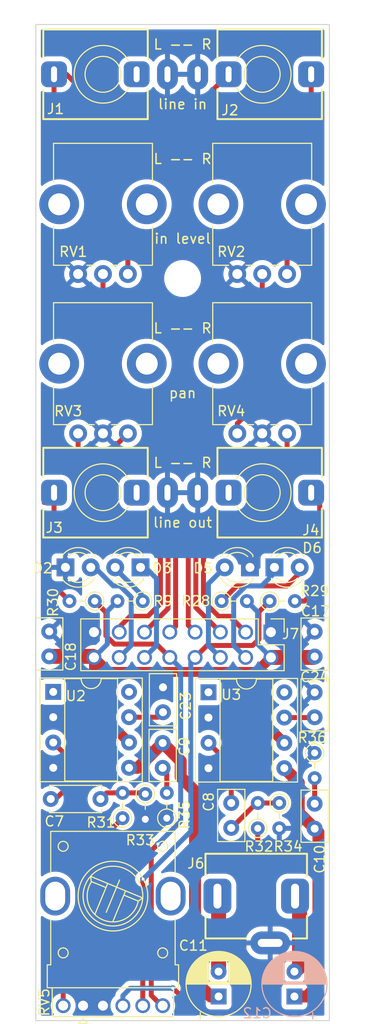
<source format=kicad_pcb>
(kicad_pcb (version 20240108) (generator "pcbnew") (generator_version "8.0")
  (layers (0 "F.Cu" signal) (31 "B.Cu" signal) (34 "B.Paste" user) (35 "F.Paste" user) (36 "B.SilkS" user "B.Silkscreen") (37 "F.SilkS" user "F.Silkscreen") (38 "B.Mask" user) (39 "F.Mask" user) (44 "Edge.Cuts" user))
  (net 0 "")
  (net 1 "GND")
  (net 2 "Net-(D3-A)")
  (net 3 "+12V")
  (net 4 "Net-(C7-Pad2)")
  (net 5 "Net-(U2-+)")
  (net 6 "Net-(C8-Pad2)")
  (net 7 "Net-(U3-+)")
  (net 8 "Net-(C11-Pad1)")
  (net 9 "Net-(C9-Pad2)")
  (net 10 "Net-(C10-Pad1)")
  (net 11 "Net-(C10-Pad2)")
  (net 12 "Net-(D6-A)")
  (net 13 "Net-(J1-PadT)")
  (net 15 "Net-(J2-PadT)")
  (net 18 "Net-(R31-Pad1)")
  (net 19 "Net-(R32-Pad1)")
  (net 22 "Net-(U2-BYPASS)")
  (net 23 "Net-(U3-BYPASS)")
  (net 26 "L_LINE_OUT_A")
  (net 27 "R_LINE_OUT_A")
  (net 28 "Net-(J3-PadT)")
  (net 29 "Net-(J4-PadT)")
  (net 30 "L_LINE_IN_A")
  (net 31 "R_LINE_IN_A")
  (net 32 "Net-(C11-Pad2)")
  (net 33 "Net-(C12-Pad2)")
  (net 34 "L_LVL_G_LED_A")
  (net 35 "L_LVL_R_LED_A")
  (net 36 "R_LVL_G_LED_A")
  (net 37 "R_LVL_R_LED_A")
  (net 38 "L_PAN_2_A")
  (net 39 "R_PAN_2_A")
  (net 40 "R_PAN_1_A")
  (net 41 "L_PAN_1_A")
  (footprint "Package_DIP:DIP-8_W7.62mm_Socket" (layer "F.Cu") (at 135.5 87)
    (property "Reference" "U2" (at 2.267 0.409 0) (layer "F.SilkS"))
    (property "Value" "LM386")
    (pad "1" thru_hole rect (at 0 0) (size 1.6 1.6) (drill 0.8) (layers "*.Cu" "*.Mask"))
    (pad "2" thru_hole oval (at 0 2.54) (size 1.6 1.6) (drill 0.8) (layers "*.Cu" "*.Mask") (net 1 "GND"))
    (pad "3" thru_hole oval (at 0 5.08) (size 1.6 1.6) (drill 0.8) (layers "*.Cu" "*.Mask") (net 5 "Net-(U2-+)"))
    (pad "4" thru_hole oval (at 0 7.62) (size 1.6 1.6) (drill 0.8) (layers "*.Cu" "*.Mask") (net 1 "GND"))
    (pad "5" thru_hole oval (at 7.62 7.62) (size 1.6 1.6) (drill 0.8) (layers "*.Cu" "*.Mask") (net 8 "Net-(C11-Pad1)"))
    (pad "6" thru_hole oval (at 7.62 5.08) (size 1.6 1.6) (drill 0.8) (layers "*.Cu" "*.Mask") (net 3 "+12V"))
    (pad "7" thru_hole oval (at 7.62 2.54) (size 1.6 1.6) (drill 0.8) (layers "*.Cu" "*.Mask") (net 22 "Net-(U2-BYPASS)"))
    (pad "8" thru_hole oval (at 7.62 0) (size 1.6 1.6) (drill 0.8) (layers "*.Cu" "*.Mask"))
  )
  (footprint "AudioJacks:Jack_3.5mm_QingPu_WQP-PJ301M-12_Vertical" (layer "F.Cu") (at 140.5 67 90)
    (property "Reference" "J3" (at -3.518 -4.892 0) (layer "F.SilkS"))
    (property "Value" "AudioJack2_SwitchT")
    (pad "S" thru_hole oval (at 0 6.48 90) (size 3.1 2.1) (drill oval 1.6 0.6) (layers "*.Cu" "*.Mask") (net 1 "GND"))
    (pad "T" thru_hole roundrect (at 0 -4.92 90) (size 2.6 2.6) (drill oval 1.6 0.6) (layers "*.Cu" "*.Mask") (net 28 "Net-(J3-PadT)"))
    (pad "TN" thru_hole roundrect (at 0 3.38 90) (size 2.6 2.6) (drill oval 1.6 0.6) (layers "*.Cu" "*.Mask"))
  )
  (footprint "Resistor_THT:R_Axial_DIN0204_L3.6mm_D1.6mm_P2.54mm_Vertical" (layer "F.Cu") (at 157.248 77.884)
    (property "Reference" "R29" (at 4.522 -1.016 0) (layer "F.SilkS"))
    (property "Value" "1k")
    (pad "1" thru_hole circle (at 0 0) (size 1.4 1.4) (drill 0.7) (layers "*.Cu" "*.Mask") (net 27 "R_LINE_OUT_A"))
    (pad "2" thru_hole oval (at 2.54 0) (size 1.4 1.4) (drill 0.7) (layers "*.Cu" "*.Mask") (net 29 "Net-(J4-PadT)"))
  )
  (footprint "Capacitor_THT:C_Disc_D5.0mm_W2.5mm_P2.50mm" (layer "F.Cu") (at 161.77 100.724 90)
    (property "Reference" "C10" (at -3.068 0.508 90) (layer "F.SilkS"))
    (property "Value" "47n")
    (pad "1" thru_hole circle (at 0 0 90) (size 1.6 1.6) (drill 0.8) (layers "*.Cu" "*.Mask") (net 10 "Net-(C10-Pad1)"))
    (pad "2" thru_hole circle (at 2.5 0 90) (size 1.6 1.6) (drill 0.8) (layers "*.Cu" "*.Mask") (net 11 "Net-(C10-Pad2)"))
  )
  (footprint "Resistor_THT:R_Axial_DIN0204_L3.6mm_D1.6mm_P2.54mm_Vertical" (layer "F.Cu") (at 158.214 98.154 -90)
    (property "Reference" "R34" (at 4.368 -0.889 0) (layer "F.SilkS"))
    (property "Value" "4k7")
    (pad "1" thru_hole circle (at 0 0 270) (size 1.4 1.4) (drill 0.7) (layers "*.Cu" "*.Mask") (net 6 "Net-(C8-Pad2)"))
    (pad "2" thru_hole oval (at 2.54 0 270) (size 1.4 1.4) (drill 0.7) (layers "*.Cu" "*.Mask") (net 1 "GND"))
  )
  (footprint "Resistor_THT:R_Axial_DIN0204_L3.6mm_D1.6mm_P2.54mm_Vertical" (layer "F.Cu") (at 146.911 99.678 90)
    (property "Reference" "R35" (at 0.331 1.778 90) (layer "F.SilkS"))
    (property "Value" "10")
    (pad "1" thru_hole circle (at 0 0 90) (size 1.4 1.4) (drill 0.7) (layers "*.Cu" "*.Mask") (net 1 "GND"))
    (pad "2" thru_hole oval (at 2.54 0 90) (size 1.4 1.4) (drill 0.7) (layers "*.Cu" "*.Mask") (net 9 "Net-(C9-Pad2)"))
  )
  (footprint "Custom_PinHeader_P2.54mm:PinHeader_2x08_P2.54mm_Vertical_ThinPad" (layer "F.Cu") (at 157.375 81 -90)
    (property "Reference" "J7" (at 0.186 -1.982 0) (layer "F.SilkS"))
    (property "Value" "Conn_02x08_Odd_Even")
    (pad "1" thru_hole rect (at 0 0 270) (size 1.5 1.5) (drill 1) (layers "*.Cu" "*.Mask") (net 1 "GND"))
    (pad "2" thru_hole oval (at 2.54 0 270) (size 1.5 1.5) (drill 1) (layers "*.Cu" "*.Mask") (net 3 "+12V"))
    (pad "3" thru_hole oval (at 0 2.54 270) (size 1.5 1.5) (drill 1) (layers "*.Cu" "*.Mask") (net 39 "R_PAN_2_A"))
    (pad "4" thru_hole oval (at 2.54 2.54 270) (size 1.5 1.5) (drill 1) (layers "*.Cu" "*.Mask") (net 37 "R_LVL_R_LED_A"))
    (pad "5" thru_hole oval (at 0 5.08 270) (size 1.5 1.5) (drill 1) (layers "*.Cu" "*.Mask") (net 40 "R_PAN_1_A"))
    (pad "6" thru_hole oval (at 2.54 5.08 270) (size 1.5 1.5) (drill 1) (layers "*.Cu" "*.Mask") (net 36 "R_LVL_G_LED_A"))
    (pad "7" thru_hole oval (at 0 7.62 270) (size 1.5 1.5) (drill 1) (layers "*.Cu" "*.Mask") (net 31 "R_LINE_IN_A"))
    (pad "8" thru_hole oval (at 2.54 7.62 270) (size 1.5 1.5) (drill 1) (layers "*.Cu" "*.Mask") (net 27 "R_LINE_OUT_A"))
    (pad "9" thru_hole oval (at 0 10.16 270) (size 1.5 1.5) (drill 1) (layers "*.Cu" "*.Mask") (net 30 "L_LINE_IN_A"))
    (pad "10" thru_hole oval (at 2.54 10.16 270) (size 1.5 1.5) (drill 1) (layers "*.Cu" "*.Mask") (net 26 "L_LINE_OUT_A"))
    (pad "11" thru_hole oval (at 0 12.7 270) (size 1.5 1.5) (drill 1) (layers "*.Cu" "*.Mask") (net 41 "L_PAN_1_A"))
    (pad "12" thru_hole oval (at 2.54 12.7 270) (size 1.5 1.5) (drill 1) (layers "*.Cu" "*.Mask") (net 35 "L_LVL_R_LED_A"))
    (pad "13" thru_hole oval (at 0 15.24 270) (size 1.5 1.5) (drill 1) (layers "*.Cu" "*.Mask") (net 38 "L_PAN_2_A"))
    (pad "14" thru_hole oval (at 2.54 15.24 270) (size 1.5 1.5) (drill 1) (layers "*.Cu" "*.Mask") (net 34 "L_LVL_G_LED_A"))
    (pad "15" thru_hole oval (at 0 17.78 270) (size 1.5 1.5) (drill 1) (layers "*.Cu" "*.Mask") (net 1 "GND"))
    (pad "16" thru_hole oval (at 2.54 17.78 270) (size 1.5 1.5) (drill 1) (layers "*.Cu" "*.Mask") (net 3 "+12V"))
  )
  (footprint "Potentiometer_THT:Potentiometer_Bourns_PTV09A-1_Single_Vertical" (layer "F.Cu") (at 143 45.05 90)
    (property "Reference" "RV1" (at 2.234 -5.487 0) (layer "F.SilkS"))
    (property "Value" "100k")
    (pad "" np_thru_hole circle (at 7 -6.9 90) (size 4 4) (drill 2.2) (layers "F&B.Cu" "*.Mask"))
    (pad "" np_thru_hole circle (at 7 1.9 90) (size 4 4) (drill 2.2) (layers "F&B.Cu" "*.Mask"))
    (pad "1" thru_hole circle (at 0 0 90) (size 1.8 1.8) (drill 1) (layers "*.Cu" "*.Mask") (net 13 "Net-(J1-PadT)"))
    (pad "2" thru_hole circle (at 0 -2.5 90) (size 1.8 1.8) (drill 1) (layers "*.Cu" "*.Mask") (net 30 "L_LINE_IN_A"))
    (pad "3" thru_hole circle (at 0 -5 90) (size 1.8 1.8) (drill 1) (layers "*.Cu" "*.Mask") (net 1 "GND"))
  )
  (footprint "Potentiometer_THT:Potentiometer_Bourns_PTV09A-1_Single_Vertical" (layer "F.Cu") (at 159 61.05 90)
    (property "Reference" "RV4" (at 2.232 -5.612 0) (layer "F.SilkS"))
    (property "Value" "100k")
    (pad "" np_thru_hole circle (at 7 -6.9 90) (size 4 4) (drill 2.2) (layers "F&B.Cu" "*.Mask"))
    (pad "" np_thru_hole circle (at 7 1.9 90) (size 4 4) (drill 2.2) (layers "F&B.Cu" "*.Mask"))
    (pad "1" thru_hole circle (at 0 0 90) (size 1.8 1.8) (drill 1) (layers "*.Cu" "*.Mask") (net 40 "R_PAN_1_A"))
    (pad "2" thru_hole circle (at 0 -2.5 90) (size 1.8 1.8) (drill 1) (layers "*.Cu" "*.Mask") (net 1 "GND"))
    (pad "3" thru_hole circle (at 0 -5 90) (size 1.8 1.8) (drill 1) (layers "*.Cu" "*.Mask") (net 39 "R_PAN_2_A"))
  )
  (footprint "MountingHole:MountingHole_3.2mm_M3_DIN965" (layer "F.Cu") (at 148.5 45.5)
    (property "Reference" "H1" (hide yes))
    (property "Value" "MountingHole")
    (pad "" np_thru_hole circle (at 0 0) (size 3.2 3.2) (drill 3.2) (layers "*.Cu" "*.Mask"))
  )
  (footprint "AudioJacks:Jack_3.5mm_QingPu_WQP-PJ301M-12_Vertical" (layer "F.Cu") (at 156.5 25 -90)
    (property "Reference" "J2" (at 3.608 3.239 0) (layer "F.SilkS"))
    (property "Value" "AudioJack2_SwitchT")
    (pad "S" thru_hole oval (at 0 6.48 270) (size 3.1 2.1) (drill oval 1.6 0.6) (layers "*.Cu" "*.Mask") (net 1 "GND"))
    (pad "T" thru_hole roundrect (at 0 -4.92 270) (size 2.6 2.6) (drill oval 1.6 0.6) (layers "*.Cu" "*.Mask") (net 15 "Net-(J2-PadT)"))
    (pad "TN" thru_hole roundrect (at 0 3.38 270) (size 2.6 2.6) (drill oval 1.6 0.6) (layers "*.Cu" "*.Mask") (net 13 "Net-(J1-PadT)"))
  )
  (footprint "Resistor_THT:R_Axial_DIN0204_L3.6mm_D1.6mm_P2.54mm_Vertical" (layer "F.Cu") (at 144.752 97.25 -90)
    (property "Reference" "R33" (at 4.637 0.508 0) (layer "F.SilkS"))
    (property "Value" "4k7")
    (pad "1" thru_hole circle (at 0 0 270) (size 1.4 1.4) (drill 0.7) (layers "*.Cu" "*.Mask") (net 4 "Net-(C7-Pad2)"))
    (pad "2" thru_hole oval (at 2.54 0 270) (size 1.4 1.4) (drill 0.7) (layers "*.Cu" "*.Mask") (net 1 "GND"))
  )
  (footprint "Capacitor_THT:C_Disc_D5.0mm_W2.5mm_P2.50mm" (layer "F.Cu") (at 146.5 92.128 -90)
    (property "Reference" "C9" (at 0.361 -2.189 90) (layer "F.SilkS"))
    (property "Value" "47n")
    (pad "1" thru_hole circle (at 0 0 270) (size 1.6 1.6) (drill 0.8) (layers "*.Cu" "*.Mask") (net 8 "Net-(C11-Pad1)"))
    (pad "2" thru_hole circle (at 2.5 0 270) (size 1.6 1.6) (drill 0.8) (layers "*.Cu" "*.Mask") (net 9 "Net-(C9-Pad2)"))
  )
  (footprint "Resistor_THT:R_Axial_DIN0204_L3.6mm_D1.6mm_P2.54mm_Vertical" (layer "F.Cu") (at 156.055 100.694 90)
    (property "Reference" "R32" (at -1.828 0.127 0) (layer "F.SilkS"))
    (property "Value" "100k")
    (pad "1" thru_hole circle (at 0 0 90) (size 1.4 1.4) (drill 0.7) (layers "*.Cu" "*.Mask") (net 19 "Net-(R32-Pad1)"))
    (pad "2" thru_hole oval (at 2.54 0 90) (size 1.4 1.4) (drill 0.7) (layers "*.Cu" "*.Mask") (net 6 "Net-(C8-Pad2)"))
  )
  (footprint "LED_THT:LED_D3.0mm_Clear" (layer "F.Cu") (at 144.27 74.5 180)
    (property "Reference" "D3" (at -2.154 -0.082 0) (layer "F.SilkS"))
    (property "Value" "RED")
    (pad "1" thru_hole rect (at 0 0 180) (size 1.8 1.8) (drill 0.9) (layers "*.Cu" "*.Mask") (net 35 "L_LVL_R_LED_A"))
    (pad "2" thru_hole circle (at 2.54 0 180) (size 1.8 1.8) (drill 0.9) (layers "*.Cu" "*.Mask") (net 2 "Net-(D3-A)"))
  )
  (footprint "Package_DIP:DIP-8_W7.62mm_Socket" (layer "F.Cu") (at 151.102 87.038)
    (property "Reference" "U3" (at 2.286 0.244 0) (layer "F.SilkS"))
    (property "Value" "LM386")
    (pad "1" thru_hole rect (at 0 0) (size 1.6 1.6) (drill 0.8) (layers "*.Cu" "*.Mask"))
    (pad "2" thru_hole oval (at 0 2.54) (size 1.6 1.6) (drill 0.8) (layers "*.Cu" "*.Mask") (net 1 "GND"))
    (pad "3" thru_hole oval (at 0 5.08) (size 1.6 1.6) (drill 0.8) (layers "*.Cu" "*.Mask") (net 7 "Net-(U3-+)"))
    (pad "4" thru_hole oval (at 0 7.62) (size 1.6 1.6) (drill 0.8) (layers "*.Cu" "*.Mask") (net 1 "GND"))
    (pad "5" thru_hole oval (at 7.62 7.62) (size 1.6 1.6) (drill 0.8) (layers "*.Cu" "*.Mask") (net 10 "Net-(C10-Pad1)"))
    (pad "6" thru_hole oval (at 7.62 5.08) (size 1.6 1.6) (drill 0.8) (layers "*.Cu" "*.Mask") (net 3 "+12V"))
    (pad "7" thru_hole oval (at 7.62 2.54) (size 1.6 1.6) (drill 0.8) (layers "*.Cu" "*.Mask") (net 23 "Net-(U3-BYPASS)"))
    (pad "8" thru_hole oval (at 7.62 0) (size 1.6 1.6) (drill 0.8) (layers "*.Cu" "*.Mask"))
  )
  (footprint "Resistor_THT:R_Axial_DIN0204_L3.6mm_D1.6mm_P2.54mm_Vertical" (layer "F.Cu") (at 144.498 77.884 180)
    (property "Reference" "R9" (at -2.032 0 0) (layer "F.SilkS"))
    (property "Value" "10k")
    (pad "1" thru_hole circle (at 0 0 180) (size 1.4 1.4) (drill 0.7) (layers "*.Cu" "*.Mask") (net 2 "Net-(D3-A)"))
    (pad "2" thru_hole oval (at 2.54 0 180) (size 1.4 1.4) (drill 0.7) (layers "*.Cu" "*.Mask") (net 3 "+12V"))
  )
  (footprint "LED_THT:LED_D3.0mm_Clear" (layer "F.Cu") (at 155.27 74.5 180)
    (property "Reference" "D5" (at 4.714 -0.082 0) (layer "F.SilkS"))
    (property "Value" "GREEN")
    (pad "1" thru_hole rect (at 0 0 180) (size 1.8 1.8) (drill 0.9) (layers "*.Cu" "*.Mask") (net 1 "GND"))
    (pad "2" thru_hole circle (at 2.54 0 180) (size 1.8 1.8) (drill 0.9) (layers "*.Cu" "*.Mask") (net 36 "R_LVL_G_LED_A"))
  )
  (footprint "Capacitor_THT:CP_Radial_D6.3mm_P2.50mm" (layer "F.Cu") (at 152.118 117.578 90)
    (property "Reference" "C11" (at 5.11 -2.54 0) (layer "F.SilkS"))
    (property "Value" "220u")
    (pad "1" thru_hole rect (at 0 0 90) (size 1.6 1.6) (drill 0.8) (layers "*.Cu" "*.Mask") (net 8 "Net-(C11-Pad1)"))
    (pad "2" thru_hole circle (at 2.5 0 90) (size 1.6 1.6) (drill 0.8) (layers "*.Cu" "*.Mask") (net 32 "Net-(C11-Pad2)"))
  )
  (footprint "Capacitor_THT:C_Disc_D5.0mm_W2.5mm_P2.50mm" (layer "F.Cu") (at 153.388 98.154 -90)
    (property "Reference" "C8" (at -0.11 2.266 90) (layer "F.SilkS"))
    (property "Value" "1u")
    (pad "1" thru_hole circle (at 0 0 270) (size 1.6 1.6) (drill 0.8) (layers "*.Cu" "*.Mask") (net 7 "Net-(U3-+)"))
    (pad "2" thru_hole circle (at 2.5 0 270) (size 1.6 1.6) (drill 0.8) (layers "*.Cu" "*.Mask") (net 6 "Net-(C8-Pad2)"))
  )
  (footprint "Resistor_THT:R_Axial_DIN0204_L3.6mm_D1.6mm_P2.54mm_Vertical" (layer "F.Cu") (at 139.672 77.884 180)
    (property "Reference" "R30" (at 4.191 -0.127 90) (layer "F.SilkS"))
    (property "Value" "1k")
    (pad "1" thru_hole circle (at 0 0 180) (size 1.4 1.4) (drill 0.7) (layers "*.Cu" "*.Mask") (net 26 "L_LINE_OUT_A"))
    (pad "2" thru_hole oval (at 2.54 0 180) (size 1.4 1.4) (drill 0.7) (layers "*.Cu" "*.Mask") (net 28 "Net-(J3-PadT)"))
  )
  (footprint "Potentiometer_THT:Potentiometer_Bourns_PTV09A-1_Single_Vertical" (layer "F.Cu") (at 143 61.05 90)
    (property "Reference" "RV3" (at 2.232 -5.995 0) (layer "F.SilkS"))
    (property "Value" "100k")
    (pad "" np_thru_hole circle (at 7 -6.9 90) (size 4 4) (drill 2.2) (layers "F&B.Cu" "*.Mask"))
    (pad "" np_thru_hole circle (at 7 1.9 90) (size 4 4) (drill 2.2) (layers "F&B.Cu" "*.Mask"))
    (pad "1" thru_hole circle (at 0 0 90) (size 1.8 1.8) (drill 1) (layers "*.Cu" "*.Mask") (net 41 "L_PAN_1_A"))
    (pad "2" thru_hole circle (at 0 -2.5 90) (size 1.8 1.8) (drill 1) (layers "*.Cu" "*.Mask") (net 1 "GND"))
    (pad "3" thru_hole circle (at 0 -5 90) (size 1.8 1.8) (drill 1) (layers "*.Cu" "*.Mask") (net 38 "L_PAN_2_A"))
  )
  (footprint "Capacitor_THT:C_Disc_D5.0mm_W2.5mm_P2.50mm" (layer "F.Cu") (at 161.77 80.952 -90)
    (property "Reference" "C17" (at -2.052 -0.07 0) (layer "F.SilkS"))
    (property "Value" "100n")
    (pad "1" thru_hole circle (at 0 0 270) (size 1.6 1.6) (drill 0.8) (layers "*.Cu" "*.Mask") (net 1 "GND"))
    (pad "2" thru_hole circle (at 2.5 0 270) (size 1.6 1.6) (drill 0.8) (layers "*.Cu" "*.Mask") (net 3 "+12V"))
  )
  (footprint "Capacitor_THT:C_Disc_D5.0mm_W2.5mm_P2.50mm" (layer "F.Cu") (at 146.53 89.04 90)
    (property "Reference" "C23" (at 0.615 2.286 90) (layer "F.SilkS"))
    (property "Value" "100n")
    (pad "1" thru_hole circle (at 0 0 90) (size 1.6 1.6) (drill 0.8) (layers "*.Cu" "*.Mask") (net 22 "Net-(U2-BYPASS)"))
    (pad "2" thru_hole circle (at 2.5 0 90) (size 1.6 1.6) (drill 0.8) (layers "*.Cu" "*.Mask") (net 1 "GND"))
  )
  (footprint "Resistor_THT:R_Axial_DIN0204_L3.6mm_D1.6mm_P2.54mm_Vertical" (layer "F.Cu") (at 152.422 77.884)
    (property "Reference" "R28" (at -2.59 0 0) (layer "F.SilkS"))
    (property "Value" "10k")
    (pad "1" thru_hole circle (at 0 0) (size 1.4 1.4) (drill 0.7) (layers "*.Cu" "*.Mask") (net 12 "Net-(D6-A)"))
    (pad "2" thru_hole oval (at 2.54 0) (size 1.4 1.4) (drill 0.7) (layers "*.Cu" "*.Mask") (net 3 "+12V"))
  )
  (footprint "Capacitor_THT:C_Disc_D5.0mm_W2.5mm_P5.00mm" (layer "F.Cu") (at 135.25 97.75)
    (property "Reference" "C7" (at 0.358 2.25 0) (layer "F.SilkS"))
    (property "Value" "1u")
    (pad "1" thru_hole circle (at 0 0) (size 1.6 1.6) (drill 0.8) (layers "*.Cu" "*.Mask") (net 5 "Net-(U2-+)"))
    (pad "2" thru_hole circle (at 5 0) (size 1.6 1.6) (drill 0.8) (layers "*.Cu" "*.Mask") (net 4 "Net-(C7-Pad2)"))
  )
  (footprint "Potentiometer_THT:Potentiometer_Bourns_PTV09A-1_Single_Vertical" (layer "F.Cu") (at 159 45.05 90)
    (property "Reference" "RV2" (at 2.234 -5.612 0) (layer "F.SilkS"))
    (property "Value" "100k")
    (pad "" np_thru_hole circle (at 7 -6.9 90) (size 4 4) (drill 2.2) (layers "F&B.Cu" "*.Mask"))
    (pad "" np_thru_hole circle (at 7 1.9 90) (size 4 4) (drill 2.2) (layers "F&B.Cu" "*.Mask"))
    (pad "1" thru_hole circle (at 0 0 90) (size 1.8 1.8) (drill 1) (layers "*.Cu" "*.Mask") (net 15 "Net-(J2-PadT)"))
    (pad "2" thru_hole circle (at 0 -2.5 90) (size 1.8 1.8) (drill 1) (layers "*.Cu" "*.Mask") (net 31 "R_LINE_IN_A"))
    (pad "3" thru_hole circle (at 0 -5 90) (size 1.8 1.8) (drill 1) (layers "*.Cu" "*.Mask") (net 1 "GND"))
  )
  (footprint "Potentiometer_THT:Potentiometer_Bourns_PTV112-4_Dual_Vertical" (layer "F.Cu") (at 138.5 118.5 90)
    (property "Reference" "RV5" (at 0.3405 -3.908 90) (layer "F.SilkS"))
    (property "Value" "A100K")
    (pad "1" thru_hole rect (at 0 0) (size 1.5 1.5) (drill 1) (layers "*.Cu" "*.Mask") (net 1 "GND"))
    (pad "2" thru_hole circle (at 0 -2) (size 1.5 1.5) (drill 1) (layers "*.Cu" "*.Mask") (net 18 "Net-(R31-Pad1)"))
    (pad "3" thru_hole circle (at 0 8) (size 1.5 1.5) (drill 1) (layers "*.Cu" "*.Mask") (net 26 "L_LINE_OUT_A"))
    (pad "4" thru_hole circle (at 0 2) (size 1.5 1.5) (drill 1) (layers "*.Cu" "*.Mask") (net 1 "GND"))
    (pad "5" thru_hole circle (at 0 4) (size 1.5 1.5) (drill 1) (layers "*.Cu" "*.Mask") (net 19 "Net-(R32-Pad1)"))
    (pad "6" thru_hole circle (at 0 6) (size 1.5 1.5) (drill 1) (layers "*.Cu" "*.Mask") (net 27 "R_LINE_OUT_A"))
    (pad "SH" thru_hole oval (at 11 -2.8) (size 3 3.9) (drill oval 2 2.9) (layers "*.Cu" "*.Mask"))
    (pad "SH" thru_hole oval (at 11 8.8) (size 3 3.9) (drill oval 2 2.9) (layers "*.Cu" "*.Mask"))
  )
  (footprint "AudioJacks:Jack_3.5mm_QingPu_WQP-PJ301M-12_Vertical" (layer "F.Cu") (at 140.5 25 90)
    (property "Reference" "J1" (at -3.481 -4.765 0) (layer "F.SilkS"))
    (property "Value" "AudioJack2_SwitchT")
    (pad "S" thru_hole oval (at 0 6.48 90) (size 3.1 2.1) (drill oval 1.6 0.6) (layers "*.Cu" "*.Mask") (net 1 "GND"))
    (pad "T" thru_hole roundrect (at 0 -4.92 90) (size 2.6 2.6) (drill oval 1.6 0.6) (layers "*.Cu" "*.Mask") (net 13 "Net-(J1-PadT)"))
    (pad "TN" thru_hole roundrect (at 0 3.38 90) (size 2.6 2.6) (drill oval 1.6 0.6) (layers "*.Cu" "*.Mask"))
  )
  (footprint "LED_THT:LED_D3.0mm_Clear" (layer "F.Cu") (at 157.73 74.5)
    (property "Reference" "D6" (at 3.786 -1.95 0) (layer "F.SilkS"))
    (property "Value" "RED")
    (pad "1" thru_hole rect (at 0 0) (size 1.8 1.8) (drill 0.9) (layers "*.Cu" "*.Mask") (net 37 "R_LVL_R_LED_A"))
    (pad "2" thru_hole circle (at 2.54 0) (size 1.8 1.8) (drill 0.9) (layers "*.Cu" "*.Mask") (net 12 "Net-(D6-A)"))
  )
  (footprint "AudioJacks:Jack_3.5mm_QingPu_WQP-PJ301CM_Vertical" (layer "F.Cu") (at 156.5 107.5 -90)
    (property "Reference" "J6" (at -3.278 6.668 0) (layer "F.SilkS"))
    (property "Value" "AudioJack3")
    (pad "R" thru_hole roundrect (at 0 -3.3 270) (size 3.5 2.8) (drill oval 2.5 0.8) (layers "*.Cu" "*.Mask") (net 33 "Net-(C12-Pad2)"))
    (pad "S" thru_hole oval (at 4.7 -0.8) (size 4 2.3) (drill oval 2.5 0.8) (layers "*.Cu" "*.Mask") (net 1 "GND"))
    (pad "T" thru_hole roundrect (at 0 4.5 270) (size 3.5 2.8) (drill oval 2.5 0.8) (layers "*.Cu" "*.Mask") (net 32 "Net-(C11-Pad2)"))
  )
  (footprint "Resistor_THT:R_Axial_DIN0204_L3.6mm_D1.6mm_P2.54mm_Vertical" (layer "F.Cu") (at 142.466 99.678 90)
    (property "Reference" "R31" (at -0.431 -2.159 0) (layer "F.SilkS"))
    (property "Value" "100k")
    (pad "1" thru_hole circle (at 0 0 90) (size 1.4 1.4) (drill 0.7) (layers "*.Cu" "*.Mask") (net 18 "Net-(R31-Pad1)"))
    (pad "2" thru_hole oval (at 2.54 0 90) (size 1.4 1.4) (drill 0.7) (layers "*.Cu" "*.Mask") (net 4 "Net-(C7-Pad2)"))
  )
  (footprint "LED_THT:LED_D3.0mm_Clear" (layer "F.Cu") (at 136.73 74.5)
    (property "Reference" "D2" (at -2.286 0.082 0) (layer "F.SilkS"))
    (property "Value" "GREEN")
    (pad "1" thru_hole rect (at 0 0) (size 1.8 1.8) (drill 0.9) (layers "*.Cu" "*.Mask") (net 1 "GND"))
    (pad "2" thru_hole circle (at 2.54 0) (size 1.8 1.8) (drill 0.9) (layers "*.Cu" "*.Mask") (net 34 "L_LVL_G_LED_A"))
  )
  (footprint "AudioJacks:Jack_3.5mm_QingPu_WQP-PJ301M-12_Vertical" (layer "F.Cu") (at 156.5 67 -90)
    (property "Reference" "J4" (at 3.772 -4.889 0) (layer "F.SilkS"))
    (property "Value" "AudioJack2_SwitchT")
    (pad "S" thru_hole oval (at 0 6.48 270) (size 3.1 2.1) (drill oval 1.6 0.6) (layers "*.Cu" "*.Mask") (net 1 "GND"))
    (pad "T" thru_hole roundrect (at 0 -4.92 270) (size 2.6 2.6) (drill oval 1.6 0.6) (layers "*.Cu" "*.Mask") (net 29 "Net-(J4-PadT)"))
    (pad "TN" thru_hole roundrect (at 0 3.38 270) (size 2.6 2.6) (drill oval 1.6 0.6) (layers "*.Cu" "*.Mask"))
  )
  (footprint "Capacitor_THT:C_Disc_D5.0mm_W2.5mm_P2.50mm" (layer "F.Cu") (at 161.77 89.548 90)
    (property "Reference" "C24" (at 4.044 0 0) (layer "F.SilkS"))
    (property "Value" "100n")
    (pad "1" thru_hole circle (at 0 0 90) (size 1.6 1.6) (drill 0.8) (layers "*.Cu" "*.Mask") (net 23 "Net-(U3-BYPASS)"))
    (pad "2" thru_hole circle (at 2.5 0 90) (size 1.6 1.6) (drill 0.8) (layers "*.Cu" "*.Mask") (net 1 "GND"))
  )
  (footprint "Capacitor_THT:C_Disc_D5.0mm_W2.5mm_P2.50mm" (layer "F.Cu") (at 135.1 80.932 -90)
    (property "Reference" "C18" (at 2.54 -2.159 90) (layer "F.SilkS"))
    (property "Value" "100n")
    (pad "1" thru_hole circle (at 0 0 270) (size 1.6 1.6) (drill 0.8) (layers "*.Cu" "*.Mask") (net 1 "GND"))
    (pad "2" thru_hole circle (at 2.5 0 270) (size 1.6 1.6) (drill 0.8) (layers "*.Cu" "*.Mask") (net 3 "+12V"))
  )
  (footprint "Resistor_THT:R_Axial_DIN0204_L3.6mm_D1.6mm_P2.54mm_Vertical" (layer "F.Cu") (at 161.77 93.124 -90)
    (property "Reference" "R36" (at -1.524 0.254 0) (layer "F.SilkS"))
    (property "Value" "10")
    (pad "1" thru_hole circle (at 0 0 270) (size 1.4 1.4) (drill 0.7) (layers "*.Cu" "*.Mask") (net 1 "GND"))
    (pad "2" thru_hole oval (at 2.54 0 270) (size 1.4 1.4) (drill 0.7) (layers "*.Cu" "*.Mask") (net 11 "Net-(C10-Pad2)"))
  )
  (footprint "Capacitor_THT:CP_Radial_D6.3mm_P2.50mm" (layer "B.Cu") (at 159.738 117.578 90)
    (property "Reference" "C12" (at -1.672 -3.738 0) (layer "B.SilkS") (effects (justify mirror)))
    (property "Value" "220u")
    (pad "1" thru_hole rect (at 0 0 90) (size 1.6 1.6) (drill 0.8) (layers "*.Cu" "*.Mask") (net 10 "Net-(C10-Pad1)"))
    (pad "2" thru_hole circle (at 2.5 0 90) (size 1.6 1.6) (drill 0.8) (layers "*.Cu" "*.Mask") (net 33 "Net-(C12-Pad2)"))
  )
  (gr_line (start 163.25 120) (end 133.75 120) (stroke (width 0.1)) (layer "Edge.Cuts"))
  (gr_line (start 163.25 20) (end 163.25 120) (stroke (width 0.1)) (layer "Edge.Cuts"))
  (gr_line (start 133.75 20) (end 163.25 20) (stroke (width 0.1)) (layer "Edge.Cuts"))
  (gr_line (start 133.75 120) (end 133.75 20) (stroke (width 0.1)) (layer "Edge.Cuts"))
  (gr_text "L -- R" (at 148.5 33.5 0) (layer "F.SilkS") (effects (font (size 1 1))))
  (gr_text "L -- R" (at 148.5 22 0) (layer "F.SilkS") (effects (font (size 1 1))))
  (gr_text "pan" (at 148.5 57 0) (layer "F.SilkS") (effects (font (size 1 1))))
  (gr_text "in level" (at 148.5 41.5 0) (layer "F.SilkS") (effects (font (size 1 1))))
  (gr_text "L -- R" (at 148.5 64 0) (layer "F.SilkS") (effects (font (size 1 1))))
  (gr_text "line in" (at 148.5 28 0) (layer "F.SilkS") (effects (font (size 1 1))))
  (gr_text "L -- R" (at 148.5 50.5 0) (layer "F.SilkS") (effects (font (size 1 1))))
  (gr_text "line out" (at 148.5 70 0) (layer "F.SilkS") (effects (font (size 1 1))))
  (segment (start 142.217 75.095) (end 142.217 74.5) (width 0.5) (layer "B.Cu") (net 2))
  (segment (start 144.498 77.884) (end 144.498 77.376) (width 0.5) (layer "B.Cu") (net 2))
  (segment (start 144.498 77.376) (end 142.217 75.095) (width 0.5) (layer "B.Cu") (net 2))
  (segment (start 139.595 83.54) (end 141.051 84.996) (width 1) (layer "F.Cu") (net 3))
  (segment (start 139.595 83.54) (end 139.595 88.555) (width 1) (layer "F.Cu") (net 3))
  (segment (start 161.682 83.54) (end 161.77 83.452) (width 0.5) (layer "F.Cu") (net 3))
  (segment (start 156.436 84.479) (end 157.375 83.54) (width 1) (layer "F.Cu") (net 3))
  (segment (start 155.919 84.996) (end 157.375 83.54) (width 1) (layer "F.Cu") (net 3))
  (segment (start 139.487 83.432) (end 139.595 83.54) (width 1.5) (layer "F.Cu") (net 3))
  (segment (start 158.722 92.118) (end 156.436 89.832) (width 1) (layer "F.Cu") (net 3))
  (segment (start 157.375 83.54) (end 161.682 83.54) (width 1.5) (layer "F.Cu") (net 3))
  (segment (start 135.1 83.432) (end 139.487 83.432) (width 1.5) (layer "F.Cu") (net 3))
  (segment (start 141.051 84.996) (end 155.919 84.996) (width 1) (layer "F.Cu") (net 3))
  (segment (start 139.595 88.555) (end 143.12 92.08) (width 1) (layer "F.Cu") (net 3))
  (segment (start 156.436 89.832) (end 156.436 84.479) (width 1) (layer "F.Cu") (net 3))
  (segment (start 140.935 82.2) (end 140.935 78.907) (width 0.5) (layer "B.Cu") (net 3))
  (segment (start 140.935 78.907) (end 141.958 77.884) (width 0.5) (layer "B.Cu") (net 3))
  (segment (start 157.375 83.54) (end 156.035 82.2) (width 0.5) (layer "B.Cu") (net 3))
  (segment (start 156.035 78.957) (end 154.962 77.884) (width 0.5) (layer "B.Cu") (net 3))
  (segment (start 156.035 82.2) (end 156.035 78.957) (width 0.5) (layer "B.Cu") (net 3))
  (segment (start 139.595 83.54) (end 140.935 82.2) (width 0.5) (layer "B.Cu") (net 3))
  (segment (start 144.64 97.138) (end 144.752 97.25) (width 0.5) (layer "F.Cu") (net 4))
  (segment (start 140.862 97.138) (end 140.25 97.75) (width 0.5) (layer "F.Cu") (net 4))
  (segment (start 142.466 97.138) (end 140.862 97.138) (width 0.5) (layer "F.Cu") (net 4))
  (segment (start 142.466 97.138) (end 144.64 97.138) (width 0.5) (layer "F.Cu") (net 4))
  (segment (start 137 96.5) (end 135.75 97.75) (width 0.5) (layer "F.Cu") (net 5))
  (segment (start 137 93.58) (end 137 96.5) (width 0.5) (layer "F.Cu") (net 5))
  (segment (start 135.5 92.08) (end 137 93.58) (width 0.5) (layer "F.Cu") (net 5))
  (segment (start 135.75 97.75) (end 135.25 97.75) (width 0.5) (layer "F.Cu") (net 5))
  (segment (start 155.928 98.154) (end 158.214 98.154) (width 0.5) (layer "F.Cu") (net 6))
  (segment (start 153.428 100.654) (end 155.928 98.154) (width 0.5) (layer "F.Cu") (net 6))
  (segment (start 153.134 100.654) (end 153.428 100.654) (width 0.5) (layer "F.Cu") (net 6))
  (segment (start 153.388 98.154) (end 153.388 94.404) (width 0.5) (layer "F.Cu") (net 7))
  (segment (start 153.388 94.404) (end 151.102 92.118) (width 0.5) (layer "F.Cu") (net 7))
  (segment (start 149.75 96.979) (end 148.308 95.537) (width 1.2) (layer "F.Cu") (net 8))
  (segment (start 149.75 116) (end 149.75 96.979) (width 1.2) (layer "F.Cu") (net 8))
  (segment (start 143.12 94.62) (end 144.008 94.62) (width 1.2) (layer "F.Cu") (net 8))
  (segment (start 152.118 117.578) (end 151.328 117.578) (width 1.2) (layer "F.Cu") (net 8))
  (segment (start 144.008 94.62) (end 146.5 92.128) (width 1.2) (layer "F.Cu") (net 8))
  (segment (start 148.308 93.936) (end 146.5 92.128) (width 1.2) (layer "F.Cu") (net 8))
  (segment (start 148.308 95.537) (end 148.308 93.936) (width 1.2) (layer "F.Cu") (net 8))
  (segment (start 151.328 117.578) (end 149.75 116) (width 1.2) (layer "F.Cu") (net 8))
  (segment (start 146.911 97.138) (end 146.911 95.039) (width 0.5) (layer "F.Cu") (net 9))
  (segment (start 146.911 95.039) (end 146.5 94.628) (width 0.5) (layer "F.Cu") (net 9))
  (segment (start 162.15 116.401) (end 160.973 117.578) (width 1.2) (layer "F.Cu") (net 10))
  (segment (start 158.732 94.648) (end 158.722 94.658) (width 1.5) (layer "F.Cu") (net 10))
  (segment (start 162.15 101.104) (end 162.15 116.401) (width 1.2) (layer "F.Cu") (net 10))
  (segment (start 161.77 100.724) (end 160.17 99.124) (width 1.2) (layer "F.Cu") (net 10))
  (segment (start 160.973 117.578) (end 159.738 117.578) (width 1.2) (layer "F.Cu") (net 10))
  (segment (start 160.17 96.106) (end 158.722 94.658) (width 1.2) (layer "F.Cu") (net 10))
  (segment (start 160.17 99.124) (end 160.17 96.106) (width 1.2) (layer "F.Cu") (net 10))
  (segment (start 161.77 100.724) (end 162.15 101.104) (width 1.2) (layer "F.Cu") (net 10))
  (segment (start 161.77 95.664) (end 161.77 98.224) (width 0.5) (layer "F.Cu") (net 11))
  (segment (start 160.27 74.5) (end 160.27 75.066) (width 0.5) (layer "F.Cu") (net 12))
  (segment (start 160.27 75.066) (end 158.976 76.36) (width 0.5) (layer "F.Cu") (net 12))
  (segment (start 153.946 76.36) (end 152.422 77.884) (width 0.5) (layer "F.Cu") (net 12))
  (segment (start 158.976 76.36) (end 153.946 76.36) (width 0.5) (layer "F.Cu") (net 12))
  (segment (start 135.58 25) (end 136.826 25) (width 0.5) (layer "F.Cu") (net 13))
  (segment (start 143 41.08) (end 143 45.05) (width 0.5) (layer "F.Cu") (net 13))
  (segment (start 136.826 25) (end 139.926 28.1) (width 0.5) (layer "F.Cu") (net 13))
  (segment (start 139.926 28.1) (end 150.02 28.1) (width 0.5) (layer "F.Cu") (net 13))
  (segment (start 141.704 33.688) (end 141.704 39.784) (width 0.5) (layer "F.Cu") (net 13))
  (segment (start 150.02 28.1) (end 153.12 25) (width 0.5) (layer "F.Cu") (net 13))
  (segment (start 141.704 39.784) (end 143 41.08) (width 0.5) (layer "F.Cu") (net 13))
  (segment (start 135.58 27.564) (end 141.704 33.688) (width 0.5) (layer "F.Cu") (net 13))
  (segment (start 135.58 25) (end 135.58 27.564) (width 0.5) (layer "F.Cu") (net 13))
  (segment (start 161.42 25) (end 161.42 30.99) (width 0.5) (layer "F.Cu") (net 15))
  (segment (start 157.452 34.958) (end 157.452 39.53) (width 0.5) (layer "F.Cu") (net 15))
  (segment (start 161.42 30.99) (end 157.452 34.958) (width 0.5) (layer "F.Cu") (net 15))
  (segment (start 159 41.078) (end 159 45.05) (width 0.5) (layer "F.Cu") (net 15))
  (segment (start 157.452 39.53) (end 159 41.078) (width 0.5) (layer "F.Cu") (net 15))
  (segment (start 138.91 103.234) (end 138.91 114.63184) (width 0.5) (layer "F.Cu") (net 18))
  (segment (start 142.466 99.678) (end 138.91 103.234) (width 0.5) (layer "F.Cu") (net 18))
  (segment (start 136.5 117.04184) (end 136.5 118.6105) (width 0.5) (layer "F.Cu") (net 18))
  (segment (start 138.91 114.63184) (end 136.5 117.04184) (width 0.5) (layer "F.Cu") (net 18))
  (segment (start 149.946779 119.146779) (end 147.55 116.75) (width 0.5) (layer "F.Cu") (net 19))
  (segment (start 147.5 116.75) (end 147.5 116.7) (width 0.5) (layer "F.Cu") (net 19))
  (segment (start 154.658 108.038346) (end 154.658 117.752) (width 0.5) (layer "F.Cu") (net 19))
  (segment (start 147.55 116.75) (end 147.5 116.75) (width 0.5) (layer "F.Cu") (net 19))
  (segment (start 156.055 100.694) (end 156.055 106.641346) (width 0.5) (layer "F.Cu") (net 19))
  (segment (start 156.055 106.641346) (end 154.658 108.038346) (width 0.5) (layer "F.Cu") (net 19))
  (segment (start 154.658 117.752) (end 153.263221 119.146779) (width 0.5) (layer "F.Cu") (net 19))
  (segment (start 153.263221 119.146779) (end 149.946779 119.146779) (width 0.5) (layer "F.Cu") (net 19))
  (segment (start 147.5 116.7) (end 147.546 116.746) (width 0.5) (layer "F.Cu") (net 19))
  (via (at 147.5 116.75) (size 0.6) (drill 0.3) (layers "F.Cu" "B.Cu") (net 19))
  (segment (start 143.25 116.75) (end 142.5 117.5) (width 0.5) (layer "B.Cu") (net 19))
  (segment (start 147.5 116.75) (end 143.25 116.75) (width 0.5) (layer "B.Cu") (net 19))
  (segment (start 142.5 117.5) (end 142.5 118.6105) (width 0.5) (layer "B.Cu") (net 19))
  (segment (start 146.03 89.54) (end 146.53 89.04) (width 0.5) (layer "F.Cu") (net 22))
  (segment (start 143.12 89.54) (end 146.03 89.54) (width 0.5) (layer "F.Cu") (net 22))
  (segment (start 161.74 89.578) (end 161.77 89.548) (width 0.5) (layer "F.Cu") (net 23))
  (segment (start 158.722 89.578) (end 161.74 89.578) (width 0.5) (layer "F.Cu") (net 23))
  (segment (start 145.35 102.94) (end 146.022 102.268) (width 0.5) (layer "F.Cu") (net 26))
  (segment (start 140.795 81.357057) (end 140.795 79.007) (width 0.5) (layer "F.Cu") (net 26))
  (segment (start 147.215 83.54) (end 145.875 82.2) (width 0.5) (layer "F.Cu") (net 26))
  (segment (start 145.875 82.2) (end 141.637943 82.2) (width 0.5) (layer "F.Cu") (net 26))
  (segment (start 145.35 117.4605) (end 145.35 102.94) (width 0.5) (layer "F.Cu") (net 26))
  (segment (start 146.5 118.6105) (end 145.35 117.4605) (width 0.5) (layer "F.Cu") (net 26))
  (segment (start 140.795 79.007) (end 139.672 77.884) (width 0.5) (layer "F.Cu") (net 26))
  (segment (start 141.637943 82.2) (end 140.795 81.357057) (width 0.5) (layer "F.Cu") (net 26))
  (via (at 146.022 102.268) (size 0.6) (drill 0.3) (layers "F.Cu" "B.Cu") (net 26))
  (segment (start 148.308 84.633) (end 147.215 83.54) (width 0.5) (layer "B.Cu") (net 26))
  (segment (start 148.308 99.982) (end 148.308 84.633) (width 0.5) (layer "B.Cu") (net 26))
  (segment (start 146.022 102.268) (end 148.308 99.982) (width 0.5) (layer "B.Cu") (net 26))
  (segment (start 156.175 78.957) (end 157.248 77.884) (width 0.5) (layer "F.Cu") (net 27))
  (segment (start 149.755 83.54) (end 150.955 82.34) (width 0.5) (layer "F.Cu") (net 27))
  (segment (start 156.175 81.701) (end 156.175 78.957) (width 0.5) (layer "F.Cu") (net 27))
  (segment (start 144.536 105.786) (end 144.5 105.822) (width 0.5) (layer "F.Cu") (net 27))
  (segment (start 155.536 82.34) (end 156.175 81.701) (width 0.5) (layer "F.Cu") (net 27))
  (segment (start 144.5 105.822) (end 144.5 118.6105) (width 0.5) (layer "F.Cu") (net 27))
  (segment (start 150.955 82.34) (end 155.536 82.34) (width 0.5) (layer "F.Cu") (net 27))
  (via (at 144.536 105.786) (size 0.6) (drill 0.3) (layers "F.Cu" "B.Cu") (net 27))
  (segment (start 149.324 100.998) (end 149.324 83.971) (width 0.5) (layer "B.Cu") (net 27))
  (segment (start 144.536 105.786) (end 149.324 100.998) (width 0.5) (layer "B.Cu") (net 27))
  (segment (start 149.324 83.971) (end 149.755 83.54) (width 0.5) (layer "B.Cu") (net 27))
  (segment (start 137.132 77.884) (end 134.592 75.344) (width 0.5) (layer "F.Cu") (net 28))
  (segment (start 134.592 67.988) (end 135.58 67) (width 0.5) (layer "F.Cu") (net 28))
  (segment (start 134.592 75.344) (end 134.592 71.026) (width 0.5) (layer "F.Cu") (net 28))
  (segment (start 134.592 71.026) (end 135.58 70.038) (width 0.5) (layer "F.Cu") (net 28))
  (segment (start 135.58 70.038) (end 135.58 67) (width 0.5) (layer "F.Cu") (net 28))
  (segment (start 160.754 77.884) (end 162.278 76.36) (width 0.5) (layer "F.Cu") (net 29))
  (segment (start 162.278 67.858) (end 161.42 67) (width 0.5) (layer "F.Cu") (net 29))
  (segment (start 162.278 76.36) (end 162.278 67.858) (width 0.5) (layer "F.Cu") (net 29))
  (segment (start 159.788 77.884) (end 160.754 77.884) (width 0.5) (layer "F.Cu") (net 29))
  (segment (start 145.006 62.136) (end 145.006 58.834) (width 0.5) (layer "F.Cu") (net 30))
  (segment (start 145.514 70.01) (end 142.974 70.01) (width 0.5) (layer "F.Cu") (net 30))
  (segment (start 141.704 68.74) (end 141.704 65.438) (width 0.5) (layer "F.Cu") (net 30))
  (segment (start 147.215 81) (end 147.8 80.415) (width 0.5) (layer "F.Cu") (net 30))
  (segment (start 147.8 72.296) (end 145.514 70.01) (width 0.5) (layer "F.Cu") (net 30))
  (segment (start 140.5 54.328) (end 140.5 45.05) (width 0.5) (layer "F.Cu") (net 30))
  (segment (start 145.006 58.834) (end 140.5 54.328) (width 0.5) (layer "F.Cu") (net 30))
  (segment (start 147.8 80.415) (end 147.8 72.296) (width 0.5) (layer "F.Cu") (net 30))
  (segment (start 142.974 70.01) (end 141.704 68.74) (width 0.5) (layer "F.Cu") (net 30))
  (segment (start 141.704 65.438) (end 145.006 62.136) (width 0.5) (layer "F.Cu") (net 30))
  (segment (start 155.166 65.184) (end 152.118 62.136) (width 0.5) (layer "F.Cu") (net 31))
  (segment (start 156.5 55.349) (end 156.5 45.05) (width 0.5) (layer "F.Cu") (net 31))
  (segment (start 155.166 68.74) (end 155.166 65.184) (width 0.5) (layer "F.Cu") (net 31))
  (segment (start 149.07 80.315) (end 149.07 72.042) (width 0.5) (layer "F.Cu") (net 31))
  (segment (start 152.118 59.731) (end 156.5 55.349) (width 0.5) (layer "F.Cu") (net 31))
  (segment (start 151.102 70.01) (end 153.896 70.01) (width 0.5) (layer "F.Cu") (net 31))
  (segment (start 152.118 62.136) (end 152.118 59.731) (width 0.5) (layer "F.Cu") (net 31))
  (segment (start 153.896 70.01) (end 155.166 68.74) (width 0.5) (layer "F.Cu") (net 31))
  (segment (start 149.755 81) (end 149.07 80.315) (width 0.5) (layer "F.Cu") (net 31))
  (segment (start 149.07 72.042) (end 151.102 70.01) (width 0.5) (layer "F.Cu") (net 31))
  (segment (start 152.118 107.188) (end 152 107.07) (width 1.5) (layer "F.Cu") (net 32))
  (segment (start 152.118 115.078) (end 152.118 107.202) (width 1.5) (layer "F.Cu") (net 32))
  (segment (start 152.118 107.202) (end 152.25 107.07) (width 1.5) (layer "F.Cu") (net 32))
  (segment (start 160.25 114.566) (end 160.25 107.27) (width 1.5) (layer "F.Cu") (net 33))
  (segment (start 159.738 115.078) (end 160.25 114.566) (width 1.5) (layer "F.Cu") (net 33))
  (segment (start 160.25 107.27) (end 160.05 107.07) (width 1.5) (layer "F.Cu") (net 33))
  (segment (start 143.335 82.34) (end 143.335 77.483) (width 0.5) (layer "B.Cu") (net 34))
  (segment (start 141.532 76.36) (end 139.672 74.5) (width 0.5) (layer "B.Cu") (net 34))
  (segment (start 142.212 76.36) (end 141.532 76.36) (width 0.5) (layer "B.Cu") (net 34))
  (segment (start 143.335 77.483) (end 142.212 76.36) (width 0.5) (layer "B.Cu") (net 34))
  (segment (start 142.135 83.54) (end 143.335 82.34) (width 0.5) (layer "B.Cu") (net 34))
  (segment (start 145.875 82.34) (end 145.875 75.618) (width 0.5) (layer "B.Cu") (net 35))
  (segment (start 144.675 83.54) (end 145.875 82.34) (width 0.5) (layer "B.Cu") (net 35))
  (segment (start 145.875 75.618) (end 144.757 74.5) (width 0.5) (layer "B.Cu") (net 35))
  (segment (start 151.095 82.34) (end 151.095 76.135) (width 0.5) (layer "B.Cu") (net 36))
  (segment (start 151.095 76.135) (end 152.73 74.5) (width 0.5) (layer "B.Cu") (net 36))
  (segment (start 152.295 83.54) (end 151.095 82.34) (width 0.5) (layer "B.Cu") (net 36))
  (segment (start 156.436 76.36) (end 157.73 75.066) (width 0.5) (layer "B.Cu") (net 37))
  (segment (start 153.635 77.584654) (end 154.859654 76.36) (width 0.5) (layer "B.Cu") (net 37))
  (segment (start 153.635 82.34) (end 153.635 77.584654) (width 0.5) (layer "B.Cu") (net 37))
  (segment (start 154.859654 76.36) (end 156.436 76.36) (width 0.5) (layer "B.Cu") (net 37))
  (segment (start 154.835 83.54) (end 153.635 82.34) (width 0.5) (layer "B.Cu") (net 37))
  (segment (start 157.73 75.066) (end 157.73 74.5) (width 0.5) (layer "B.Cu") (net 37))
  (segment (start 146.276 73.566) (end 145.514 72.804) (width 0.5) (layer "F.Cu") (net 38))
  (segment (start 142.135 80.501) (end 143.228 79.408) (width 0.5) (layer "F.Cu") (net 38))
  (segment (start 138 68.592) (end 138 61.05) (width 0.5) (layer "F.Cu") (net 38))
  (segment (start 142.135 81) (end 142.135 80.501) (width 0.5) (layer "F.Cu") (net 38))
  (segment (start 143.228 79.408) (end 145.006 79.408) (width 0.5) (layer "F.Cu") (net 38))
  (segment (start 145.514 72.804) (end 142.212 72.804) (width 0.5) (layer "F.Cu") (net 38))
  (segment (start 146.276 78.138) (end 146.276 73.566) (width 0.5) (layer "F.Cu") (net 38))
  (segment (start 145.006 79.408) (end 146.276 78.138) (width 0.5) (layer "F.Cu") (net 38))
  (segment (start 142.212 72.804) (end 138 68.592) (width 0.5) (layer "F.Cu") (net 38))
  (segment (start 154 60.05) (end 154 61.05) (width 0.5) (layer "F.Cu") (net 39))
  (segment (start 160 59) (end 155.05 59) (width 0.5) (layer "F.Cu") (net 39))
  (segment (start 155.05 59) (end 154 60.05) (width 0.5) (layer "F.Cu") (net 39))
  (segment (start 151.61 72.55) (end 156.436 72.55) (width 0.5) (layer "F.Cu") (net 39))
  (segment (start 150.594 77.884) (end 150.594 73.566) (width 0.5) (layer "F.Cu") (net 39))
  (segment (start 156.436 72.55) (end 159 69.986) (width 0.5) (layer "F.Cu") (net 39))
  (segment (start 161 60) (end 160 59) (width 0.5) (layer "F.Cu") (net 39))
  (segment (start 159 69.986) (end 159 65) (width 0.5) (layer "F.Cu") (net 39))
  (segment (start 150.594 73.566) (end 151.61 72.55) (width 0.5) (layer "F.Cu") (net 39))
  (segment (start 154.835 81) (end 153.243 79.408) (width 0.5) (layer "F.Cu") (net 39))
  (segment (start 152.118 79.408) (end 150.594 77.884) (width 0.5) (layer "F.Cu") (net 39))
  (segment (start 161 63) (end 161 60) (width 0.5) (layer "F.Cu") (net 39))
  (segment (start 153.243 79.408) (end 152.118 79.408) (width 0.5) (layer "F.Cu") (net 39))
  (segment (start 159 65) (end 161 63) (width 0.5) (layer "F.Cu") (net 39))
  (segment (start 149.832 78.537) (end 149.832 73.058) (width 0.5) (layer "F.Cu") (net 40))
  (segment (start 159 62.97) (end 157.96 64.01) (width 0.5) (layer "F.Cu") (net 40))
  (segment (start 157.96 68.994) (end 157.96 64.01) (width 0.5) (layer "F.Cu") (net 40))
  (segment (start 155.674 71.28) (end 157.96 68.994) (width 0.5) (layer "F.Cu") (net 40))
  (segment (start 151.61 71.28) (end 155.674 71.28) (width 0.5) (layer "F.Cu") (net 40))
  (segment (start 149.832 73.058) (end 151.61 71.28) (width 0.5) (layer "F.Cu") (net 40))
  (segment (start 159 62.97) (end 159 61.05) (width 0.5) (layer "F.Cu") (net 40))
  (segment (start 152.295 81) (end 149.832 78.537) (width 0.5) (layer "F.Cu") (net 40))
  (segment (start 147.038 73.058) (end 145.768 71.788) (width 0.5) (layer "F.Cu") (net 41))
  (segment (start 138.91 67.978) (end 138.91 65.14) (width 0.5) (layer "F.Cu") (net 41))
  (segment (start 144.675 81) (end 147.038 78.637) (width 0.5) (layer "F.Cu") (net 41))
  (segment (start 142.72 71.788) (end 138.91 67.978) (width 0.5) (layer "F.Cu") (net 41))
  (segment (start 145.768 71.788) (end 142.72 71.788) (width 0.5) (layer "F.Cu") (net 41))
  (segment (start 147.038 78.637) (end 147.038 73.058) (width 0.5) (layer "F.Cu") (net 41))
  (segment (start 138.91 65.14) (end 143 61.05) (width 0.5) (layer "F.Cu") (net 41))
  (zone (net 0) (net_name "") (layer "B.Cu") (name "GND_BLOCK_1") (connect_pads (clearance 0)) (min_thickness 0.25)
    (keepout (tracks allowed) (vias allowed) (pads allowed) (copperpour not_allowed) (footprints allowed))
    (fill (thermal_gap 0.5) (thermal_bridge_width 0.5))
    (polygon (pts (xy 151.102 73.566) (xy 160.754 75.598) (xy 160.754 78.646) (xy 155.42 78.646) (xy 155.42 80.17) (xy 141.45 80.17) (xy 141.45 78.392) (xy 138.402 78.392) (xy 138.402 75.598) (xy 145.768 73.566)))
  )
  (zone (net 1) (net_name "GND") (layer "B.Cu") (connect_pads (clearance 0.5)) (min_thickness 0.25) (fill yes (thermal_gap 0.5) (thermal_bridge_width 0.5))
    (polygon (pts (xy 134 19.93) (xy 134 120) (xy 163 120) (xy 163 20)))
  )
)
</source>
